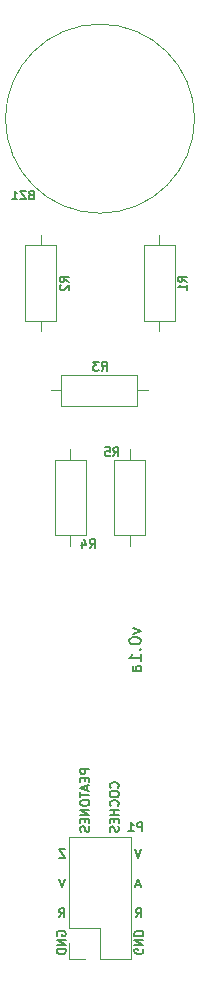
<source format=gbo>
G04 #@! TF.FileFunction,Legend,Bot*
%FSLAX46Y46*%
G04 Gerber Fmt 4.6, Leading zero omitted, Abs format (unit mm)*
G04 Created by KiCad (PCBNEW 4.0.6-e0-6349~53~ubuntu16.04.1) date Mon Apr 24 10:41:46 2017*
%MOMM*%
%LPD*%
G01*
G04 APERTURE LIST*
%ADD10C,0.100000*%
%ADD11C,0.200000*%
%ADD12C,0.187500*%
%ADD13C,0.120000*%
%ADD14C,0.150000*%
G04 APERTURE END LIST*
D10*
D11*
X6785714Y28880952D02*
X7452381Y28642857D01*
X6785714Y28404761D01*
X6452381Y27833333D02*
X6452381Y27738094D01*
X6500000Y27642856D01*
X6547619Y27595237D01*
X6642857Y27547618D01*
X6833333Y27499999D01*
X7071429Y27499999D01*
X7261905Y27547618D01*
X7357143Y27595237D01*
X7404762Y27642856D01*
X7452381Y27738094D01*
X7452381Y27833333D01*
X7404762Y27928571D01*
X7357143Y27976190D01*
X7261905Y28023809D01*
X7071429Y28071428D01*
X6833333Y28071428D01*
X6642857Y28023809D01*
X6547619Y27976190D01*
X6500000Y27928571D01*
X6452381Y27833333D01*
X7357143Y27071428D02*
X7404762Y27023809D01*
X7452381Y27071428D01*
X7404762Y27119047D01*
X7357143Y27071428D01*
X7452381Y27071428D01*
X7452381Y26071428D02*
X7452381Y26642857D01*
X7452381Y26357143D02*
X6452381Y26357143D01*
X6595238Y26452381D01*
X6690476Y26547619D01*
X6738095Y26642857D01*
X7452381Y25214285D02*
X6928571Y25214285D01*
X6833333Y25261904D01*
X6785714Y25357142D01*
X6785714Y25547619D01*
X6833333Y25642857D01*
X7404762Y25214285D02*
X7452381Y25309523D01*
X7452381Y25547619D01*
X7404762Y25642857D01*
X7309524Y25690476D01*
X7214286Y25690476D01*
X7119048Y25642857D01*
X7071429Y25547619D01*
X7071429Y25309523D01*
X7023810Y25214285D01*
D12*
X375000Y2821428D02*
X339286Y2892857D01*
X339286Y3000000D01*
X375000Y3107143D01*
X446429Y3178571D01*
X517857Y3214286D01*
X660714Y3250000D01*
X767857Y3250000D01*
X910714Y3214286D01*
X982143Y3178571D01*
X1053571Y3107143D01*
X1089286Y3000000D01*
X1089286Y2928571D01*
X1053571Y2821428D01*
X1017857Y2785714D01*
X767857Y2785714D01*
X767857Y2928571D01*
X1089286Y2464286D02*
X339286Y2464286D01*
X1089286Y2035714D01*
X339286Y2035714D01*
X1089286Y1678572D02*
X339286Y1678572D01*
X339286Y1500000D01*
X375000Y1392857D01*
X446429Y1321429D01*
X517857Y1285714D01*
X660714Y1250000D01*
X767857Y1250000D01*
X910714Y1285714D01*
X982143Y1321429D01*
X1053571Y1392857D01*
X1089286Y1500000D01*
X1089286Y1678572D01*
X7625000Y1678572D02*
X7660714Y1607143D01*
X7660714Y1500000D01*
X7625000Y1392857D01*
X7553571Y1321429D01*
X7482143Y1285714D01*
X7339286Y1250000D01*
X7232143Y1250000D01*
X7089286Y1285714D01*
X7017857Y1321429D01*
X6946429Y1392857D01*
X6910714Y1500000D01*
X6910714Y1571429D01*
X6946429Y1678572D01*
X6982143Y1714286D01*
X7232143Y1714286D01*
X7232143Y1571429D01*
X6910714Y2035714D02*
X7660714Y2035714D01*
X6910714Y2464286D01*
X7660714Y2464286D01*
X6910714Y2821428D02*
X7660714Y2821428D01*
X7660714Y3000000D01*
X7625000Y3107143D01*
X7553571Y3178571D01*
X7482143Y3214286D01*
X7339286Y3250000D01*
X7232143Y3250000D01*
X7089286Y3214286D01*
X7017857Y3178571D01*
X6946429Y3107143D01*
X6910714Y3000000D01*
X6910714Y2821428D01*
X7017857Y4410714D02*
X7267857Y4767857D01*
X7446429Y4410714D02*
X7446429Y5160714D01*
X7160714Y5160714D01*
X7089286Y5125000D01*
X7053571Y5089286D01*
X7017857Y5017857D01*
X7017857Y4910714D01*
X7053571Y4839286D01*
X7089286Y4803571D01*
X7160714Y4767857D01*
X7446429Y4767857D01*
X517857Y4410714D02*
X767857Y4767857D01*
X946429Y4410714D02*
X946429Y5160714D01*
X660714Y5160714D01*
X589286Y5125000D01*
X553571Y5089286D01*
X517857Y5017857D01*
X517857Y4910714D01*
X553571Y4839286D01*
X589286Y4803571D01*
X660714Y4767857D01*
X946429Y4767857D01*
X7428571Y7125000D02*
X7071428Y7125000D01*
X7499999Y6910714D02*
X7249999Y7660714D01*
X6999999Y6910714D01*
X999999Y7660714D02*
X749999Y6910714D01*
X499999Y7660714D01*
X7499999Y10160714D02*
X7249999Y9410714D01*
X6999999Y10160714D01*
X5517857Y15357142D02*
X5553571Y15392856D01*
X5589286Y15499999D01*
X5589286Y15571428D01*
X5553571Y15678571D01*
X5482143Y15749999D01*
X5410714Y15785714D01*
X5267857Y15821428D01*
X5160714Y15821428D01*
X5017857Y15785714D01*
X4946429Y15749999D01*
X4875000Y15678571D01*
X4839286Y15571428D01*
X4839286Y15499999D01*
X4875000Y15392856D01*
X4910714Y15357142D01*
X4839286Y14892856D02*
X4839286Y14749999D01*
X4875000Y14678571D01*
X4946429Y14607142D01*
X5089286Y14571428D01*
X5339286Y14571428D01*
X5482143Y14607142D01*
X5553571Y14678571D01*
X5589286Y14749999D01*
X5589286Y14892856D01*
X5553571Y14964285D01*
X5482143Y15035714D01*
X5339286Y15071428D01*
X5089286Y15071428D01*
X4946429Y15035714D01*
X4875000Y14964285D01*
X4839286Y14892856D01*
X5517857Y13821428D02*
X5553571Y13857142D01*
X5589286Y13964285D01*
X5589286Y14035714D01*
X5553571Y14142857D01*
X5482143Y14214285D01*
X5410714Y14250000D01*
X5267857Y14285714D01*
X5160714Y14285714D01*
X5017857Y14250000D01*
X4946429Y14214285D01*
X4875000Y14142857D01*
X4839286Y14035714D01*
X4839286Y13964285D01*
X4875000Y13857142D01*
X4910714Y13821428D01*
X5589286Y13500000D02*
X4839286Y13500000D01*
X5196429Y13500000D02*
X5196429Y13071428D01*
X5589286Y13071428D02*
X4839286Y13071428D01*
X5196429Y12714286D02*
X5196429Y12464286D01*
X5589286Y12357143D02*
X5589286Y12714286D01*
X4839286Y12714286D01*
X4839286Y12357143D01*
X5553571Y12071429D02*
X5589286Y11964286D01*
X5589286Y11785715D01*
X5553571Y11714286D01*
X5517857Y11678572D01*
X5446429Y11642857D01*
X5375000Y11642857D01*
X5303571Y11678572D01*
X5267857Y11714286D01*
X5232143Y11785715D01*
X5196429Y11928572D01*
X5160714Y12000000D01*
X5125000Y12035715D01*
X5053571Y12071429D01*
X4982143Y12071429D01*
X4910714Y12035715D01*
X4875000Y12000000D01*
X4839286Y11928572D01*
X4839286Y11750000D01*
X4875000Y11642857D01*
X3089286Y16928571D02*
X2339286Y16928571D01*
X2339286Y16642856D01*
X2375000Y16571428D01*
X2410714Y16535713D01*
X2482143Y16499999D01*
X2589286Y16499999D01*
X2660714Y16535713D01*
X2696429Y16571428D01*
X2732143Y16642856D01*
X2732143Y16928571D01*
X2696429Y16178571D02*
X2696429Y15928571D01*
X3089286Y15821428D02*
X3089286Y16178571D01*
X2339286Y16178571D01*
X2339286Y15821428D01*
X2875000Y15535714D02*
X2875000Y15178571D01*
X3089286Y15607142D02*
X2339286Y15357142D01*
X3089286Y15107142D01*
X2339286Y14964285D02*
X2339286Y14535714D01*
X3089286Y14750000D02*
X2339286Y14750000D01*
X2339286Y14142856D02*
X2339286Y13999999D01*
X2375000Y13928571D01*
X2446429Y13857142D01*
X2589286Y13821428D01*
X2839286Y13821428D01*
X2982143Y13857142D01*
X3053571Y13928571D01*
X3089286Y13999999D01*
X3089286Y14142856D01*
X3053571Y14214285D01*
X2982143Y14285714D01*
X2839286Y14321428D01*
X2589286Y14321428D01*
X2446429Y14285714D01*
X2375000Y14214285D01*
X2339286Y14142856D01*
X3089286Y13500000D02*
X2339286Y13500000D01*
X3089286Y13071428D01*
X2339286Y13071428D01*
X2696429Y12714286D02*
X2696429Y12464286D01*
X3089286Y12357143D02*
X3089286Y12714286D01*
X2339286Y12714286D01*
X2339286Y12357143D01*
X3053571Y12071429D02*
X3089286Y11964286D01*
X3089286Y11785715D01*
X3053571Y11714286D01*
X3017857Y11678572D01*
X2946429Y11642857D01*
X2875000Y11642857D01*
X2803571Y11678572D01*
X2767857Y11714286D01*
X2732143Y11785715D01*
X2696429Y11928572D01*
X2660714Y12000000D01*
X2625000Y12035715D01*
X2553571Y12071429D01*
X2482143Y12071429D01*
X2410714Y12035715D01*
X2375000Y12000000D01*
X2339286Y11928572D01*
X2339286Y11750000D01*
X2375000Y11642857D01*
X1000000Y10160714D02*
X500000Y10160714D01*
X1000000Y9410714D01*
X500000Y9410714D01*
D13*
X1400000Y3460000D02*
X1400000Y11140000D01*
X1400000Y11140000D02*
X6600000Y11140000D01*
X6600000Y11140000D02*
X6600000Y860000D01*
X6600000Y860000D02*
X4000000Y860000D01*
X4000000Y860000D02*
X4000000Y3460000D01*
X4000000Y3460000D02*
X1400000Y3460000D01*
X1400000Y2190000D02*
X1400000Y860000D01*
X1400000Y860000D02*
X2730000Y860000D01*
X12004871Y72000000D02*
G75*
G03X12004871Y72000000I-8004871J0D01*
G01*
X10310000Y54870000D02*
X7690000Y54870000D01*
X7690000Y54870000D02*
X7690000Y61290000D01*
X7690000Y61290000D02*
X10310000Y61290000D01*
X10310000Y61290000D02*
X10310000Y54870000D01*
X9000000Y53980000D02*
X9000000Y54870000D01*
X9000000Y62180000D02*
X9000000Y61290000D01*
X310000Y54870000D02*
X-2310000Y54870000D01*
X-2310000Y54870000D02*
X-2310000Y61290000D01*
X-2310000Y61290000D02*
X310000Y61290000D01*
X310000Y61290000D02*
X310000Y54870000D01*
X-1000000Y53980000D02*
X-1000000Y54870000D01*
X-1000000Y62180000D02*
X-1000000Y61290000D01*
X7130000Y50310000D02*
X7130000Y47690000D01*
X7130000Y47690000D02*
X710000Y47690000D01*
X710000Y47690000D02*
X710000Y50310000D01*
X710000Y50310000D02*
X7130000Y50310000D01*
X8020000Y49000000D02*
X7130000Y49000000D01*
X-180000Y49000000D02*
X710000Y49000000D01*
X190000Y43130000D02*
X2810000Y43130000D01*
X2810000Y43130000D02*
X2810000Y36710000D01*
X2810000Y36710000D02*
X190000Y36710000D01*
X190000Y36710000D02*
X190000Y43130000D01*
X1500000Y44020000D02*
X1500000Y43130000D01*
X1500000Y35820000D02*
X1500000Y36710000D01*
X7810000Y36710000D02*
X5190000Y36710000D01*
X5190000Y36710000D02*
X5190000Y43130000D01*
X5190000Y43130000D02*
X7810000Y43130000D01*
X7810000Y43130000D02*
X7810000Y36710000D01*
X6500000Y35820000D02*
X6500000Y36710000D01*
X6500000Y44020000D02*
X6500000Y43130000D01*
D14*
X7553572Y11660714D02*
X7553572Y12410714D01*
X7267857Y12410714D01*
X7196429Y12375000D01*
X7160714Y12339286D01*
X7125000Y12267857D01*
X7125000Y12160714D01*
X7160714Y12089286D01*
X7196429Y12053571D01*
X7267857Y12017857D01*
X7553572Y12017857D01*
X6410714Y11660714D02*
X6839286Y11660714D01*
X6625000Y11660714D02*
X6625000Y12410714D01*
X6696429Y12303571D01*
X6767857Y12232143D01*
X6839286Y12196429D01*
X-1839285Y65553571D02*
X-1946428Y65517857D01*
X-1982143Y65482143D01*
X-2017857Y65410714D01*
X-2017857Y65303571D01*
X-1982143Y65232143D01*
X-1946428Y65196429D01*
X-1875000Y65160714D01*
X-1589285Y65160714D01*
X-1589285Y65910714D01*
X-1839285Y65910714D01*
X-1910714Y65875000D01*
X-1946428Y65839286D01*
X-1982143Y65767857D01*
X-1982143Y65696429D01*
X-1946428Y65625000D01*
X-1910714Y65589286D01*
X-1839285Y65553571D01*
X-1589285Y65553571D01*
X-2267857Y65910714D02*
X-2767857Y65910714D01*
X-2267857Y65160714D01*
X-2767857Y65160714D01*
X-3446429Y65160714D02*
X-3017857Y65160714D01*
X-3232143Y65160714D02*
X-3232143Y65910714D01*
X-3160714Y65803571D01*
X-3089286Y65732143D01*
X-3017857Y65696429D01*
X11339286Y58205000D02*
X10982143Y58455000D01*
X11339286Y58633572D02*
X10589286Y58633572D01*
X10589286Y58347857D01*
X10625000Y58276429D01*
X10660714Y58240714D01*
X10732143Y58205000D01*
X10839286Y58205000D01*
X10910714Y58240714D01*
X10946429Y58276429D01*
X10982143Y58347857D01*
X10982143Y58633572D01*
X11339286Y57490714D02*
X11339286Y57919286D01*
X11339286Y57705000D02*
X10589286Y57705000D01*
X10696429Y57776429D01*
X10767857Y57847857D01*
X10803571Y57919286D01*
X1339286Y58205000D02*
X982143Y58455000D01*
X1339286Y58633572D02*
X589286Y58633572D01*
X589286Y58347857D01*
X625000Y58276429D01*
X660714Y58240714D01*
X732143Y58205000D01*
X839286Y58205000D01*
X910714Y58240714D01*
X946429Y58276429D01*
X982143Y58347857D01*
X982143Y58633572D01*
X660714Y57919286D02*
X625000Y57883572D01*
X589286Y57812143D01*
X589286Y57633572D01*
X625000Y57562143D01*
X660714Y57526429D01*
X732143Y57490714D01*
X803571Y57490714D01*
X910714Y57526429D01*
X1339286Y57955000D01*
X1339286Y57490714D01*
X4125000Y50660714D02*
X4375000Y51017857D01*
X4553572Y50660714D02*
X4553572Y51410714D01*
X4267857Y51410714D01*
X4196429Y51375000D01*
X4160714Y51339286D01*
X4125000Y51267857D01*
X4125000Y51160714D01*
X4160714Y51089286D01*
X4196429Y51053571D01*
X4267857Y51017857D01*
X4553572Y51017857D01*
X3875000Y51410714D02*
X3410714Y51410714D01*
X3660714Y51125000D01*
X3553572Y51125000D01*
X3482143Y51089286D01*
X3446429Y51053571D01*
X3410714Y50982143D01*
X3410714Y50803571D01*
X3446429Y50732143D01*
X3482143Y50696429D01*
X3553572Y50660714D01*
X3767857Y50660714D01*
X3839286Y50696429D01*
X3875000Y50732143D01*
X3125000Y35660714D02*
X3375000Y36017857D01*
X3553572Y35660714D02*
X3553572Y36410714D01*
X3267857Y36410714D01*
X3196429Y36375000D01*
X3160714Y36339286D01*
X3125000Y36267857D01*
X3125000Y36160714D01*
X3160714Y36089286D01*
X3196429Y36053571D01*
X3267857Y36017857D01*
X3553572Y36017857D01*
X2482143Y36160714D02*
X2482143Y35660714D01*
X2660714Y36446429D02*
X2839286Y35910714D01*
X2375000Y35910714D01*
X5125000Y43410714D02*
X5375000Y43767857D01*
X5553572Y43410714D02*
X5553572Y44160714D01*
X5267857Y44160714D01*
X5196429Y44125000D01*
X5160714Y44089286D01*
X5125000Y44017857D01*
X5125000Y43910714D01*
X5160714Y43839286D01*
X5196429Y43803571D01*
X5267857Y43767857D01*
X5553572Y43767857D01*
X4446429Y44160714D02*
X4803572Y44160714D01*
X4839286Y43803571D01*
X4803572Y43839286D01*
X4732143Y43875000D01*
X4553572Y43875000D01*
X4482143Y43839286D01*
X4446429Y43803571D01*
X4410714Y43732143D01*
X4410714Y43553571D01*
X4446429Y43482143D01*
X4482143Y43446429D01*
X4553572Y43410714D01*
X4732143Y43410714D01*
X4803572Y43446429D01*
X4839286Y43482143D01*
M02*

</source>
